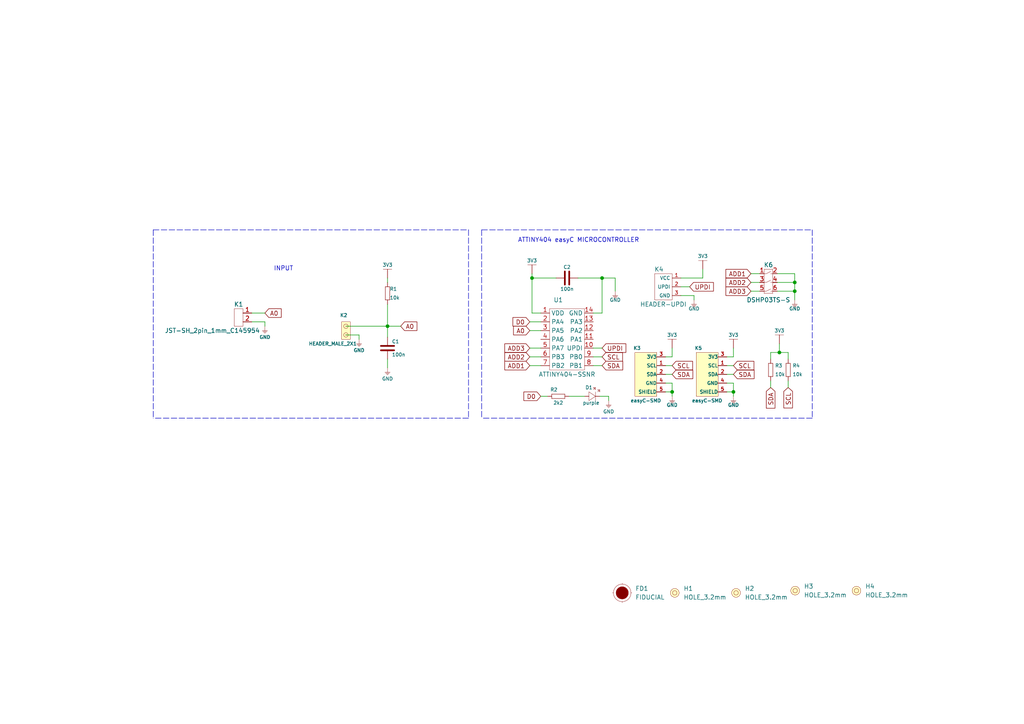
<source format=kicad_sch>
(kicad_sch (version 20211123) (generator eeschema)

  (uuid 48eb87b9-c4c0-4008-807b-b33f5ce894f9)

  (paper "A4")

  (title_block
    (title "Simple light sensor board with easyC")
    (date "2022-02-14")
    (rev "V1.1.2.")
    (company "SOLDERED")
    (comment 1 "333041")
  )

  (lib_symbols
    (symbol "e-radionica.com schematics:0402LED" (pin_numbers hide) (pin_names (offset 0.254) hide) (in_bom yes) (on_board yes)
      (property "Reference" "D" (id 0) (at -0.635 2.54 0)
        (effects (font (size 1 1)))
      )
      (property "Value" "0402LED" (id 1) (at 0 -2.54 0)
        (effects (font (size 1 1)))
      )
      (property "Footprint" "e-radionica.com footprinti:0402LED" (id 2) (at 0 5.08 0)
        (effects (font (size 1 1)) hide)
      )
      (property "Datasheet" "" (id 3) (at 0 0 0)
        (effects (font (size 1 1)) hide)
      )
      (property "Package" "0402" (id 4) (at 0 0 0)
        (effects (font (size 1.27 1.27)) hide)
      )
      (symbol "0402LED_0_1"
        (polyline
          (pts
            (xy -0.635 1.27)
            (xy 1.27 0)
          )
          (stroke (width 0.0006) (type default) (color 0 0 0 0))
          (fill (type none))
        )
        (polyline
          (pts
            (xy 0.635 1.905)
            (xy 1.27 2.54)
          )
          (stroke (width 0.0006) (type default) (color 0 0 0 0))
          (fill (type none))
        )
        (polyline
          (pts
            (xy 1.27 1.27)
            (xy 1.27 -1.27)
          )
          (stroke (width 0.0006) (type default) (color 0 0 0 0))
          (fill (type none))
        )
        (polyline
          (pts
            (xy 1.905 1.27)
            (xy 2.54 1.905)
          )
          (stroke (width 0.0006) (type default) (color 0 0 0 0))
          (fill (type none))
        )
        (polyline
          (pts
            (xy -0.635 1.27)
            (xy -0.635 -1.27)
            (xy 1.27 0)
          )
          (stroke (width 0.0006) (type default) (color 0 0 0 0))
          (fill (type none))
        )
        (polyline
          (pts
            (xy 1.27 2.54)
            (xy 0.635 2.54)
            (xy 1.27 1.905)
            (xy 1.27 2.54)
          )
          (stroke (width 0.0006) (type default) (color 0 0 0 0))
          (fill (type none))
        )
        (polyline
          (pts
            (xy 2.54 1.905)
            (xy 1.905 1.905)
            (xy 2.54 1.27)
            (xy 2.54 1.905)
          )
          (stroke (width 0.0006) (type default) (color 0 0 0 0))
          (fill (type none))
        )
      )
      (symbol "0402LED_1_1"
        (pin passive line (at -1.905 0 0) (length 1.27)
          (name "A" (effects (font (size 1.27 1.27))))
          (number "1" (effects (font (size 1.27 1.27))))
        )
        (pin passive line (at 2.54 0 180) (length 1.27)
          (name "K" (effects (font (size 1.27 1.27))))
          (number "2" (effects (font (size 1.27 1.27))))
        )
      )
    )
    (symbol "e-radionica.com schematics:0402R" (pin_numbers hide) (pin_names (offset 0.254)) (in_bom yes) (on_board yes)
      (property "Reference" "R" (id 0) (at -1.905 1.27 0)
        (effects (font (size 1 1)))
      )
      (property "Value" "0402R" (id 1) (at 0 -1.27 0)
        (effects (font (size 1 1)))
      )
      (property "Footprint" "e-radionica.com footprinti:0402R" (id 2) (at -2.54 1.905 0)
        (effects (font (size 1 1)) hide)
      )
      (property "Datasheet" "" (id 3) (at -2.54 1.905 0)
        (effects (font (size 1 1)) hide)
      )
      (symbol "0402R_0_1"
        (rectangle (start -1.905 -0.635) (end 1.905 -0.6604)
          (stroke (width 0.1) (type default) (color 0 0 0 0))
          (fill (type none))
        )
        (rectangle (start -1.905 0.635) (end -1.8796 -0.635)
          (stroke (width 0.1) (type default) (color 0 0 0 0))
          (fill (type none))
        )
        (rectangle (start -1.905 0.635) (end 1.905 0.6096)
          (stroke (width 0.1) (type default) (color 0 0 0 0))
          (fill (type none))
        )
        (rectangle (start 1.905 0.635) (end 1.9304 -0.635)
          (stroke (width 0.1) (type default) (color 0 0 0 0))
          (fill (type none))
        )
      )
      (symbol "0402R_1_1"
        (pin passive line (at -3.175 0 0) (length 1.27)
          (name "~" (effects (font (size 1.27 1.27))))
          (number "1" (effects (font (size 1.27 1.27))))
        )
        (pin passive line (at 3.175 0 180) (length 1.27)
          (name "~" (effects (font (size 1.27 1.27))))
          (number "2" (effects (font (size 1.27 1.27))))
        )
      )
    )
    (symbol "e-radionica.com schematics:0603C" (pin_numbers hide) (pin_names (offset 0.002)) (in_bom yes) (on_board yes)
      (property "Reference" "C" (id 0) (at -0.635 3.175 0)
        (effects (font (size 1 1)))
      )
      (property "Value" "0603C" (id 1) (at 0 -3.175 0)
        (effects (font (size 1 1)))
      )
      (property "Footprint" "e-radionica.com footprinti:0603C" (id 2) (at 0 0 0)
        (effects (font (size 1 1)) hide)
      )
      (property "Datasheet" "" (id 3) (at 0 0 0)
        (effects (font (size 1 1)) hide)
      )
      (symbol "0603C_0_1"
        (polyline
          (pts
            (xy -0.635 1.905)
            (xy -0.635 -1.905)
          )
          (stroke (width 0.5) (type default) (color 0 0 0 0))
          (fill (type none))
        )
        (polyline
          (pts
            (xy 0.635 1.905)
            (xy 0.635 -1.905)
          )
          (stroke (width 0.5) (type default) (color 0 0 0 0))
          (fill (type none))
        )
      )
      (symbol "0603C_1_1"
        (pin passive line (at -3.175 0 0) (length 2.54)
          (name "~" (effects (font (size 1.27 1.27))))
          (number "1" (effects (font (size 1.27 1.27))))
        )
        (pin passive line (at 3.175 0 180) (length 2.54)
          (name "~" (effects (font (size 1.27 1.27))))
          (number "2" (effects (font (size 1.27 1.27))))
        )
      )
    )
    (symbol "e-radionica.com schematics:0603R" (pin_numbers hide) (pin_names (offset 0.254)) (in_bom yes) (on_board yes)
      (property "Reference" "R" (id 0) (at -1.905 1.905 0)
        (effects (font (size 1 1)))
      )
      (property "Value" "0603R" (id 1) (at 0 -1.905 0)
        (effects (font (size 1 1)))
      )
      (property "Footprint" "e-radionica.com footprinti:0603R" (id 2) (at -0.635 1.905 0)
        (effects (font (size 1 1)) hide)
      )
      (property "Datasheet" "" (id 3) (at -0.635 1.905 0)
        (effects (font (size 1 1)) hide)
      )
      (symbol "0603R_0_1"
        (rectangle (start -1.905 -0.635) (end 1.905 -0.6604)
          (stroke (width 0.1) (type default) (color 0 0 0 0))
          (fill (type none))
        )
        (rectangle (start -1.905 0.635) (end -1.8796 -0.635)
          (stroke (width 0.1) (type default) (color 0 0 0 0))
          (fill (type none))
        )
        (rectangle (start -1.905 0.635) (end 1.905 0.6096)
          (stroke (width 0.1) (type default) (color 0 0 0 0))
          (fill (type none))
        )
        (rectangle (start 1.905 0.635) (end 1.9304 -0.635)
          (stroke (width 0.1) (type default) (color 0 0 0 0))
          (fill (type none))
        )
      )
      (symbol "0603R_1_1"
        (pin passive line (at -3.175 0 0) (length 1.27)
          (name "~" (effects (font (size 1.27 1.27))))
          (number "1" (effects (font (size 1.27 1.27))))
        )
        (pin passive line (at 3.175 0 180) (length 1.27)
          (name "~" (effects (font (size 1.27 1.27))))
          (number "2" (effects (font (size 1.27 1.27))))
        )
      )
    )
    (symbol "e-radionica.com schematics:3V3" (power) (pin_names (offset 0)) (in_bom yes) (on_board yes)
      (property "Reference" "#PWR" (id 0) (at 4.445 0 0)
        (effects (font (size 1 1)) hide)
      )
      (property "Value" "3V3" (id 1) (at 0 3.556 0)
        (effects (font (size 1 1)))
      )
      (property "Footprint" "" (id 2) (at 4.445 3.81 0)
        (effects (font (size 1 1)) hide)
      )
      (property "Datasheet" "" (id 3) (at 4.445 3.81 0)
        (effects (font (size 1 1)) hide)
      )
      (property "ki_keywords" "power-flag" (id 4) (at 0 0 0)
        (effects (font (size 1.27 1.27)) hide)
      )
      (property "ki_description" "Power symbol creates a global label with name \"+3V3\"" (id 5) (at 0 0 0)
        (effects (font (size 1.27 1.27)) hide)
      )
      (symbol "3V3_0_1"
        (polyline
          (pts
            (xy -1.27 2.54)
            (xy 1.27 2.54)
          )
          (stroke (width 0.0006) (type default) (color 0 0 0 0))
          (fill (type none))
        )
        (polyline
          (pts
            (xy 0 0)
            (xy 0 2.54)
          )
          (stroke (width 0) (type default) (color 0 0 0 0))
          (fill (type none))
        )
      )
      (symbol "3V3_1_1"
        (pin power_in line (at 0 0 90) (length 0) hide
          (name "3V3" (effects (font (size 1.27 1.27))))
          (number "1" (effects (font (size 1.27 1.27))))
        )
      )
    )
    (symbol "e-radionica.com schematics:ATTINY404-SSNR" (in_bom yes) (on_board yes)
      (property "Reference" "U" (id 0) (at -5.08 10.16 0)
        (effects (font (size 1.27 1.27)))
      )
      (property "Value" "ATTINY404-SSNR" (id 1) (at 0 -10.16 0)
        (effects (font (size 1.27 1.27)))
      )
      (property "Footprint" "e-radionica.com footprinti:SOIC-14" (id 2) (at 0 -11.43 0)
        (effects (font (size 1.27 1.27)) hide)
      )
      (property "Datasheet" "" (id 3) (at 0 -2.54 0)
        (effects (font (size 1.27 1.27)) hide)
      )
      (symbol "ATTINY404-SSNR_0_1"
        (rectangle (start -5.08 8.89) (end 5.08 -8.89)
          (stroke (width 0.0006) (type default) (color 0 0 0 0))
          (fill (type none))
        )
      )
      (symbol "ATTINY404-SSNR_1_1"
        (pin power_in line (at -7.62 7.62 0) (length 2.54)
          (name "VDD" (effects (font (size 1.27 1.27))))
          (number "1" (effects (font (size 1.27 1.27))))
        )
        (pin bidirectional line (at 7.62 -2.54 180) (length 2.54)
          (name "UPDI" (effects (font (size 1.27 1.27))))
          (number "10" (effects (font (size 1.27 1.27))))
        )
        (pin bidirectional line (at 7.62 0 180) (length 2.54)
          (name "PA1" (effects (font (size 1.27 1.27))))
          (number "11" (effects (font (size 1.27 1.27))))
        )
        (pin bidirectional line (at 7.62 2.54 180) (length 2.54)
          (name "PA2" (effects (font (size 1.27 1.27))))
          (number "12" (effects (font (size 1.27 1.27))))
        )
        (pin bidirectional line (at 7.62 5.08 180) (length 2.54)
          (name "PA3" (effects (font (size 1.27 1.27))))
          (number "13" (effects (font (size 1.27 1.27))))
        )
        (pin power_in line (at 7.62 7.62 180) (length 2.54)
          (name "GND" (effects (font (size 1.27 1.27))))
          (number "14" (effects (font (size 1.27 1.27))))
        )
        (pin bidirectional line (at -7.62 5.08 0) (length 2.54)
          (name "PA4" (effects (font (size 1.27 1.27))))
          (number "2" (effects (font (size 1.27 1.27))))
        )
        (pin bidirectional line (at -7.62 2.54 0) (length 2.54)
          (name "PA5" (effects (font (size 1.27 1.27))))
          (number "3" (effects (font (size 1.27 1.27))))
        )
        (pin bidirectional line (at -7.62 0 0) (length 2.54)
          (name "PA6" (effects (font (size 1.27 1.27))))
          (number "4" (effects (font (size 1.27 1.27))))
        )
        (pin bidirectional line (at -7.62 -2.54 0) (length 2.54)
          (name "PA7" (effects (font (size 1.27 1.27))))
          (number "5" (effects (font (size 1.27 1.27))))
        )
        (pin bidirectional line (at -7.62 -5.08 0) (length 2.54)
          (name "PB3" (effects (font (size 1.27 1.27))))
          (number "6" (effects (font (size 1.27 1.27))))
        )
        (pin bidirectional line (at -7.62 -7.62 0) (length 2.54)
          (name "PB2" (effects (font (size 1.27 1.27))))
          (number "7" (effects (font (size 1.27 1.27))))
        )
        (pin bidirectional line (at 7.62 -7.62 180) (length 2.54)
          (name "PB1" (effects (font (size 1.27 1.27))))
          (number "8" (effects (font (size 1.27 1.27))))
        )
        (pin bidirectional line (at 7.62 -5.08 180) (length 2.54)
          (name "PB0" (effects (font (size 1.27 1.27))))
          (number "9" (effects (font (size 1.27 1.27))))
        )
      )
    )
    (symbol "e-radionica.com schematics:DSHP03TS-S" (in_bom yes) (on_board yes)
      (property "Reference" "K" (id 0) (at 0 5.08 0)
        (effects (font (size 1.27 1.27)))
      )
      (property "Value" "DSHP03TS-S" (id 1) (at 0 -5.08 0)
        (effects (font (size 1.27 1.27)))
      )
      (property "Footprint" "e-radionica.com footprinti:DSHP03TS-S" (id 2) (at -1.27 -7.62 0)
        (effects (font (size 1.27 1.27)) hide)
      )
      (property "Datasheet" "" (id 3) (at 0 0 0)
        (effects (font (size 1.27 1.27)) hide)
      )
      (property "ki_keywords" "DIP SW SWITCH " (id 4) (at 0 0 0)
        (effects (font (size 1.27 1.27)) hide)
      )
      (symbol "DSHP03TS-S_0_1"
        (rectangle (start -1.27 3.81) (end 1.27 -3.175)
          (stroke (width 0.0006) (type default) (color 0 0 0 0))
          (fill (type none))
        )
        (polyline
          (pts
            (xy 1.27 -2.54)
            (xy 0.635 -2.54)
          )
          (stroke (width 0.0006) (type default) (color 0 0 0 0))
          (fill (type none))
        )
        (polyline
          (pts
            (xy 1.27 0)
            (xy 0.635 0)
          )
          (stroke (width 0.0006) (type default) (color 0 0 0 0))
          (fill (type none))
        )
        (polyline
          (pts
            (xy 1.27 2.54)
            (xy 0.635 2.54)
          )
          (stroke (width 0.0006) (type default) (color 0 0 0 0))
          (fill (type none))
        )
        (polyline
          (pts
            (xy -1.27 -2.54)
            (xy -0.635 -2.54)
            (xy 0.635 -1.905)
          )
          (stroke (width 0.0006) (type default) (color 0 0 0 0))
          (fill (type none))
        )
        (polyline
          (pts
            (xy -1.27 0)
            (xy -0.635 0)
            (xy 0.635 0.635)
          )
          (stroke (width 0.0006) (type default) (color 0 0 0 0))
          (fill (type none))
        )
        (polyline
          (pts
            (xy -1.27 2.54)
            (xy -0.635 2.54)
            (xy 0.635 3.175)
          )
          (stroke (width 0.0006) (type default) (color 0 0 0 0))
          (fill (type none))
        )
      )
      (symbol "DSHP03TS-S_1_1"
        (pin bidirectional line (at -2.54 2.54 0) (length 1.27)
          (name "~" (effects (font (size 1.27 1.27))))
          (number "1" (effects (font (size 1.27 1.27))))
        )
        (pin bidirectional line (at 2.54 2.54 180) (length 1.27)
          (name "~" (effects (font (size 1.27 1.27))))
          (number "2" (effects (font (size 1.27 1.27))))
        )
        (pin bidirectional line (at -2.54 0 0) (length 1.27)
          (name "~" (effects (font (size 1.27 1.27))))
          (number "3" (effects (font (size 1.27 1.27))))
        )
        (pin bidirectional line (at 2.54 0 180) (length 1.27)
          (name "~" (effects (font (size 1.27 1.27))))
          (number "4" (effects (font (size 1.27 1.27))))
        )
        (pin bidirectional line (at -2.54 -2.54 0) (length 1.27)
          (name "~" (effects (font (size 1.27 1.27))))
          (number "5" (effects (font (size 1.27 1.27))))
        )
        (pin bidirectional line (at 2.54 -2.54 180) (length 1.27)
          (name "~" (effects (font (size 1.27 1.27))))
          (number "6" (effects (font (size 1.27 1.27))))
        )
      )
    )
    (symbol "e-radionica.com schematics:FIDUCIAL" (in_bom yes) (on_board yes)
      (property "Reference" "FD" (id 0) (at 0 3.81 0)
        (effects (font (size 1.27 1.27)))
      )
      (property "Value" "FIDUCIAL" (id 1) (at 0 -3.81 0)
        (effects (font (size 1.27 1.27)))
      )
      (property "Footprint" "e-radionica.com footprinti:FIDUCIAL_23" (id 2) (at 0.254 -5.334 0)
        (effects (font (size 1.27 1.27)) hide)
      )
      (property "Datasheet" "" (id 3) (at 0 0 0)
        (effects (font (size 1.27 1.27)) hide)
      )
      (symbol "FIDUCIAL_0_1"
        (polyline
          (pts
            (xy -2.54 0)
            (xy -2.794 0)
          )
          (stroke (width 0.0006) (type default) (color 0 0 0 0))
          (fill (type none))
        )
        (polyline
          (pts
            (xy 0 -2.54)
            (xy 0 -2.794)
          )
          (stroke (width 0.0006) (type default) (color 0 0 0 0))
          (fill (type none))
        )
        (polyline
          (pts
            (xy 0 2.54)
            (xy 0 2.794)
          )
          (stroke (width 0.0006) (type default) (color 0 0 0 0))
          (fill (type none))
        )
        (polyline
          (pts
            (xy 2.54 0)
            (xy 2.794 0)
          )
          (stroke (width 0.0006) (type default) (color 0 0 0 0))
          (fill (type none))
        )
        (circle (center 0 0) (radius 1.7961)
          (stroke (width 0.001) (type default) (color 0 0 0 0))
          (fill (type outline))
        )
        (circle (center 0 0) (radius 2.54)
          (stroke (width 0.0006) (type default) (color 0 0 0 0))
          (fill (type none))
        )
      )
    )
    (symbol "e-radionica.com schematics:GND" (power) (pin_names (offset 0)) (in_bom yes) (on_board yes)
      (property "Reference" "#PWR" (id 0) (at 4.445 0 0)
        (effects (font (size 1 1)) hide)
      )
      (property "Value" "GND" (id 1) (at 0 -2.921 0)
        (effects (font (size 1 1)))
      )
      (property "Footprint" "" (id 2) (at 4.445 3.81 0)
        (effects (font (size 1 1)) hide)
      )
      (property "Datasheet" "" (id 3) (at 4.445 3.81 0)
        (effects (font (size 1 1)) hide)
      )
      (property "ki_keywords" "power-flag" (id 4) (at 0 0 0)
        (effects (font (size 1.27 1.27)) hide)
      )
      (property "ki_description" "Power symbol creates a global label with name \"+3V3\"" (id 5) (at 0 0 0)
        (effects (font (size 1.27 1.27)) hide)
      )
      (symbol "GND_0_1"
        (polyline
          (pts
            (xy -0.762 -1.27)
            (xy 0.762 -1.27)
          )
          (stroke (width 0.0006) (type default) (color 0 0 0 0))
          (fill (type none))
        )
        (polyline
          (pts
            (xy -0.635 -1.524)
            (xy 0.635 -1.524)
          )
          (stroke (width 0.0006) (type default) (color 0 0 0 0))
          (fill (type none))
        )
        (polyline
          (pts
            (xy -0.381 -1.778)
            (xy 0.381 -1.778)
          )
          (stroke (width 0.0006) (type default) (color 0 0 0 0))
          (fill (type none))
        )
        (polyline
          (pts
            (xy -0.127 -2.032)
            (xy 0.127 -2.032)
          )
          (stroke (width 0.0006) (type default) (color 0 0 0 0))
          (fill (type none))
        )
        (polyline
          (pts
            (xy 0 0)
            (xy 0 -1.27)
          )
          (stroke (width 0.0006) (type default) (color 0 0 0 0))
          (fill (type none))
        )
      )
      (symbol "GND_1_1"
        (pin power_in line (at 0 0 270) (length 0) hide
          (name "GND" (effects (font (size 1.27 1.27))))
          (number "1" (effects (font (size 1.27 1.27))))
        )
      )
    )
    (symbol "e-radionica.com schematics:HEADER-UPDI" (in_bom yes) (on_board yes)
      (property "Reference" "K" (id 0) (at -1.27 5.08 0)
        (effects (font (size 1.27 1.27)))
      )
      (property "Value" "HEADER-UPDI" (id 1) (at 0 -5.08 0)
        (effects (font (size 1.27 1.27)))
      )
      (property "Footprint" "e-radionica.com footprinti:HEADER-UPDI" (id 2) (at 2.54 -7.62 0)
        (effects (font (size 1.27 1.27)) hide)
      )
      (property "Datasheet" "" (id 3) (at 2.54 0 0)
        (effects (font (size 1.27 1.27)) hide)
      )
      (symbol "HEADER-UPDI_0_1"
        (rectangle (start -2.54 3.81) (end 2.54 -3.81)
          (stroke (width 0.0006) (type default) (color 0 0 0 0))
          (fill (type none))
        )
      )
      (symbol "HEADER-UPDI_1_1"
        (pin power_in line (at 5.08 2.54 180) (length 2.54)
          (name "VCC" (effects (font (size 1 1))))
          (number "1" (effects (font (size 1 1))))
        )
        (pin bidirectional line (at 5.08 0 180) (length 2.54)
          (name "UPDI" (effects (font (size 1 1))))
          (number "2" (effects (font (size 1 1))))
        )
        (pin power_in line (at 5.08 -2.54 180) (length 2.54)
          (name "GND" (effects (font (size 1 1))))
          (number "3" (effects (font (size 1 1))))
        )
      )
    )
    (symbol "e-radionica.com schematics:HEADER_MALE_2X1" (pin_numbers hide) (pin_names hide) (in_bom yes) (on_board yes)
      (property "Reference" "K" (id 0) (at -1.27 5.08 0)
        (effects (font (size 1 1)))
      )
      (property "Value" "HEADER_MALE_2X1" (id 1) (at 0 -2.54 0)
        (effects (font (size 1 1)))
      )
      (property "Footprint" "e-radionica.com footprinti:HEADER_MALE_2X1" (id 2) (at 0 0 0)
        (effects (font (size 1 1)) hide)
      )
      (property "Datasheet" "" (id 3) (at 0 0 0)
        (effects (font (size 1 1)) hide)
      )
      (symbol "HEADER_MALE_2X1_0_1"
        (circle (center 0 0) (radius 0.635)
          (stroke (width 0.0006) (type default) (color 0 0 0 0))
          (fill (type none))
        )
        (circle (center 0 2.54) (radius 0.635)
          (stroke (width 0.0006) (type default) (color 0 0 0 0))
          (fill (type none))
        )
        (rectangle (start 1.27 -1.27) (end -1.27 3.81)
          (stroke (width 0.001) (type default) (color 0 0 0 0))
          (fill (type background))
        )
      )
      (symbol "HEADER_MALE_2X1_1_1"
        (pin passive line (at 0 0 180) (length 0)
          (name "~" (effects (font (size 1 1))))
          (number "1" (effects (font (size 1 1))))
        )
        (pin passive line (at 0 2.54 180) (length 0)
          (name "~" (effects (font (size 1 1))))
          (number "2" (effects (font (size 1 1))))
        )
      )
    )
    (symbol "e-radionica.com schematics:HOLE_3.2mm" (pin_numbers hide) (pin_names hide) (in_bom yes) (on_board yes)
      (property "Reference" "H" (id 0) (at 0 2.54 0)
        (effects (font (size 1.27 1.27)))
      )
      (property "Value" "HOLE_3.2mm" (id 1) (at 0 -2.54 0)
        (effects (font (size 1.27 1.27)))
      )
      (property "Footprint" "e-radionica.com footprinti:HOLE_3.2mm" (id 2) (at 0 0 0)
        (effects (font (size 1.27 1.27)) hide)
      )
      (property "Datasheet" "" (id 3) (at 0 0 0)
        (effects (font (size 1.27 1.27)) hide)
      )
      (symbol "HOLE_3.2mm_0_1"
        (circle (center 0 0) (radius 0.635)
          (stroke (width 0.0006) (type default) (color 0 0 0 0))
          (fill (type none))
        )
        (circle (center 0 0) (radius 1.27)
          (stroke (width 0.001) (type default) (color 0 0 0 0))
          (fill (type background))
        )
      )
    )
    (symbol "e-radionica.com schematics:JST-SH_2pin_1mm_C145954" (in_bom yes) (on_board yes)
      (property "Reference" "K" (id 0) (at 0 5.715 0)
        (effects (font (size 1.27 1.27)))
      )
      (property "Value" "JST-SH_2pin_1mm_C145954" (id 1) (at 0 -3.81 0)
        (effects (font (size 1.27 1.27)))
      )
      (property "Footprint" "e-radionica.com footprinti:JST-SH_2pin_1mm_C145954" (id 2) (at 0 0 0)
        (effects (font (size 1.27 1.27)) hide)
      )
      (property "Datasheet" "" (id 3) (at 0 0 0)
        (effects (font (size 1.27 1.27)) hide)
      )
      (symbol "JST-SH_2pin_1mm_C145954_0_1"
        (rectangle (start 1.27 -2.54) (end -1.27 2.54)
          (stroke (width 0.0006) (type default) (color 0 0 0 0))
          (fill (type none))
        )
      )
      (symbol "JST-SH_2pin_1mm_C145954_1_1"
        (pin passive line (at 3.81 1.27 180) (length 2.54)
          (name "" (effects (font (size 1.27 1.27))))
          (number "1" (effects (font (size 1.27 1.27))))
        )
        (pin passive line (at 3.81 -1.27 180) (length 2.54)
          (name "" (effects (font (size 1.27 1.27))))
          (number "2" (effects (font (size 1.27 1.27))))
        )
      )
    )
    (symbol "e-radionica.com schematics:easyC-SMD" (pin_names (offset 0.002)) (in_bom yes) (on_board yes)
      (property "Reference" "K" (id 0) (at -2.54 10.16 0)
        (effects (font (size 1 1)))
      )
      (property "Value" "easyC-SMD" (id 1) (at 0 -5.08 0)
        (effects (font (size 1 1)))
      )
      (property "Footprint" "e-radionica.com footprinti:easyC-connector" (id 2) (at 3.175 2.54 0)
        (effects (font (size 1 1)) hide)
      )
      (property "Datasheet" "" (id 3) (at 3.175 2.54 0)
        (effects (font (size 1 1)) hide)
      )
      (symbol "easyC-SMD_0_1"
        (rectangle (start -3.175 8.89) (end 3.175 -3.81)
          (stroke (width 0.001) (type default) (color 0 0 0 0))
          (fill (type background))
        )
      )
      (symbol "easyC-SMD_1_1"
        (pin passive line (at 5.715 5.08 180) (length 2.54)
          (name "SCL" (effects (font (size 1 1))))
          (number "1" (effects (font (size 1 1))))
        )
        (pin passive line (at 5.715 2.54 180) (length 2.54)
          (name "SDA" (effects (font (size 1 1))))
          (number "2" (effects (font (size 1 1))))
        )
        (pin passive line (at 5.715 7.62 180) (length 2.54)
          (name "3V3" (effects (font (size 1 1))))
          (number "3" (effects (font (size 1 1))))
        )
        (pin passive line (at 5.715 0 180) (length 2.54)
          (name "GND" (effects (font (size 1 1))))
          (number "4" (effects (font (size 1 1))))
        )
        (pin passive line (at 5.715 -2.54 180) (length 2.54)
          (name "SHIELD" (effects (font (size 1 1))))
          (number "5" (effects (font (size 1 1))))
        )
      )
    )
  )

  (junction (at 230.505 84.455) (diameter 0.9144) (color 0 0 0 0)
    (uuid 1b2c37f1-2f41-4eef-9163-74d93552bfe4)
  )
  (junction (at 230.505 81.915) (diameter 0.9144) (color 0 0 0 0)
    (uuid 2b626917-a177-4b61-81a1-fd2a69eb9f9a)
  )
  (junction (at 226.06 102.235) (diameter 0.9144) (color 0 0 0 0)
    (uuid 680ed401-4444-41a7-a749-88310d3efeaa)
  )
  (junction (at 112.395 94.615) (diameter 0.9144) (color 0 0 0 0)
    (uuid 937939a7-3d48-498a-98b7-bb48d04ada01)
  )
  (junction (at 174.625 80.645) (diameter 0.9144) (color 0 0 0 0)
    (uuid 9fdbccc2-2f8e-4736-8eda-6be5762e5cd4)
  )
  (junction (at 194.945 113.665) (diameter 0.9144) (color 0 0 0 0)
    (uuid a1916e9e-4224-4c5d-a9c6-82b80a4bae89)
  )
  (junction (at 212.725 113.665) (diameter 0.9144) (color 0 0 0 0)
    (uuid b3dfbe76-e5a2-48e9-bf61-46c24ad01a97)
  )
  (junction (at 154.305 80.645) (diameter 0.9144) (color 0 0 0 0)
    (uuid e9f702de-b437-4ae2-a03e-b707e9309898)
  )

  (wire (pts (xy 153.67 106.045) (xy 156.845 106.045))
    (stroke (width 0) (type solid) (color 0 0 0 0))
    (uuid 0d9808a5-5ebe-4d3a-8238-3c1370fbe1ae)
  )
  (polyline (pts (xy 135.89 121.285) (xy 44.45 121.285))
    (stroke (width 0) (type dash) (color 0 0 0 0))
    (uuid 0eff9d40-eb8b-478e-a915-614f9827ff04)
  )
  (polyline (pts (xy 44.45 66.675) (xy 44.45 121.285))
    (stroke (width 0) (type dash) (color 0 0 0 0))
    (uuid 111d1c87-1852-4755-8a86-9e7351d5f2e4)
  )

  (wire (pts (xy 193.04 108.585) (xy 194.945 108.585))
    (stroke (width 0) (type solid) (color 0 0 0 0))
    (uuid 135ceb15-1df0-48a6-9202-a37c01b84f9a)
  )
  (wire (pts (xy 112.395 94.615) (xy 116.205 94.615))
    (stroke (width 0) (type solid) (color 0 0 0 0))
    (uuid 151ec4f7-5905-4d3c-bb74-026515353466)
  )
  (wire (pts (xy 193.04 103.505) (xy 194.945 103.505))
    (stroke (width 0) (type solid) (color 0 0 0 0))
    (uuid 16032b62-7ec0-4057-ae52-523501db9af8)
  )
  (wire (pts (xy 154.305 90.805) (xy 154.305 80.645))
    (stroke (width 0) (type solid) (color 0 0 0 0))
    (uuid 17f861f3-e618-4a08-bc99-36230ce76323)
  )
  (wire (pts (xy 194.945 111.125) (xy 194.945 113.665))
    (stroke (width 0) (type solid) (color 0 0 0 0))
    (uuid 19802bbb-cf67-471a-8d27-59f10f1160f0)
  )
  (wire (pts (xy 194.945 103.505) (xy 194.945 100.965))
    (stroke (width 0) (type solid) (color 0 0 0 0))
    (uuid 24a4becf-5fd5-4aaf-bb60-9f0d15654009)
  )
  (wire (pts (xy 225.425 79.375) (xy 230.505 79.375))
    (stroke (width 0) (type solid) (color 0 0 0 0))
    (uuid 26c0c636-7a93-4f85-bcd4-d5623a0ae011)
  )
  (wire (pts (xy 197.485 85.725) (xy 201.295 85.725))
    (stroke (width 0) (type solid) (color 0 0 0 0))
    (uuid 27d38adf-275f-49c1-81e2-3f7f252a9f7c)
  )
  (wire (pts (xy 203.835 80.645) (xy 203.835 78.105))
    (stroke (width 0) (type solid) (color 0 0 0 0))
    (uuid 28022833-f7c0-4628-93a4-4b28aa36c907)
  )
  (wire (pts (xy 225.425 81.915) (xy 230.505 81.915))
    (stroke (width 0) (type solid) (color 0 0 0 0))
    (uuid 2934d152-1620-423b-a303-86f677e01eb3)
  )
  (polyline (pts (xy 235.585 66.675) (xy 235.585 121.285))
    (stroke (width 0) (type dash) (color 0 0 0 0))
    (uuid 2f96005f-ec3a-4ed6-90b3-a2b6236cb704)
  )
  (polyline (pts (xy 139.7 66.675) (xy 235.585 66.675))
    (stroke (width 0) (type dash) (color 0 0 0 0))
    (uuid 30539df0-cce3-4e14-8fd8-19d35c65b007)
  )

  (wire (pts (xy 212.725 103.505) (xy 212.725 100.965))
    (stroke (width 0) (type solid) (color 0 0 0 0))
    (uuid 313054f2-e1fc-4fb5-881b-f0018122a5cc)
  )
  (wire (pts (xy 153.67 103.505) (xy 156.845 103.505))
    (stroke (width 0) (type solid) (color 0 0 0 0))
    (uuid 3230fd64-8598-4682-8de8-d0b580564743)
  )
  (wire (pts (xy 156.845 90.805) (xy 154.305 90.805))
    (stroke (width 0) (type solid) (color 0 0 0 0))
    (uuid 32515017-1b96-4909-9749-6dd5a9bf45f0)
  )
  (wire (pts (xy 112.395 88.265) (xy 112.395 94.615))
    (stroke (width 0) (type solid) (color 0 0 0 0))
    (uuid 33fd80db-678d-477b-b2ca-bf8237662b6d)
  )
  (wire (pts (xy 112.395 94.615) (xy 112.395 97.79))
    (stroke (width 0) (type solid) (color 0 0 0 0))
    (uuid 33fd80db-678d-477b-b2ca-bf8237662b6e)
  )
  (wire (pts (xy 174.625 80.645) (xy 174.625 90.805))
    (stroke (width 0) (type solid) (color 0 0 0 0))
    (uuid 34d0a3f4-913d-4910-8339-f8175dd74f28)
  )
  (wire (pts (xy 76.835 93.345) (xy 76.835 94.615))
    (stroke (width 0) (type solid) (color 0 0 0 0))
    (uuid 3a2d0333-f560-406f-b1a0-a5e893771f65)
  )
  (wire (pts (xy 193.04 113.665) (xy 194.945 113.665))
    (stroke (width 0) (type solid) (color 0 0 0 0))
    (uuid 3aaa5c8a-1e7d-4438-9c2d-f5de86a8eddd)
  )
  (wire (pts (xy 217.805 81.915) (xy 220.345 81.915))
    (stroke (width 0) (type solid) (color 0 0 0 0))
    (uuid 3ea4abb9-e394-492c-b14e-5bf25a0d8872)
  )
  (wire (pts (xy 210.82 108.585) (xy 212.725 108.585))
    (stroke (width 0) (type solid) (color 0 0 0 0))
    (uuid 40bf2330-48b6-4607-b56c-641df6d881b6)
  )
  (polyline (pts (xy 235.585 121.285) (xy 139.7 121.285))
    (stroke (width 0) (type dash) (color 0 0 0 0))
    (uuid 41d20c07-64d2-4cf9-b53b-82ed61d979d5)
  )

  (wire (pts (xy 154.305 80.645) (xy 154.305 79.375))
    (stroke (width 0) (type solid) (color 0 0 0 0))
    (uuid 4a29ea24-1497-4996-9334-dee288904dff)
  )
  (wire (pts (xy 194.945 113.665) (xy 194.945 114.935))
    (stroke (width 0) (type solid) (color 0 0 0 0))
    (uuid 527c4304-3adc-4378-909a-e8a8cab32605)
  )
  (wire (pts (xy 153.67 95.885) (xy 156.845 95.885))
    (stroke (width 0) (type solid) (color 0 0 0 0))
    (uuid 55fdb938-a1ae-4ab3-afd8-1e6041c8e013)
  )
  (wire (pts (xy 210.82 103.505) (xy 212.725 103.505))
    (stroke (width 0) (type solid) (color 0 0 0 0))
    (uuid 567ec1fc-5ccf-49a7-b7d0-97425e66ddca)
  )
  (wire (pts (xy 228.6 102.235) (xy 226.06 102.235))
    (stroke (width 0) (type solid) (color 0 0 0 0))
    (uuid 577f5d00-87ad-42a3-bf98-72a44becb5f5)
  )
  (wire (pts (xy 223.52 104.14) (xy 223.52 102.235))
    (stroke (width 0) (type solid) (color 0 0 0 0))
    (uuid 5fb4cc96-15eb-45f4-9c80-1eccead12419)
  )
  (wire (pts (xy 212.725 111.125) (xy 212.725 113.665))
    (stroke (width 0) (type solid) (color 0 0 0 0))
    (uuid 64d9000b-c4ae-4c71-96b6-312d0b97a2dc)
  )
  (wire (pts (xy 225.425 84.455) (xy 230.505 84.455))
    (stroke (width 0) (type solid) (color 0 0 0 0))
    (uuid 66ce4891-1b14-4c6b-9fac-53e2d8f03e49)
  )
  (wire (pts (xy 197.485 80.645) (xy 203.835 80.645))
    (stroke (width 0) (type solid) (color 0 0 0 0))
    (uuid 6901a0d0-ed11-4b67-9fbe-f381980fe942)
  )
  (wire (pts (xy 223.52 110.49) (xy 223.52 112.395))
    (stroke (width 0) (type solid) (color 0 0 0 0))
    (uuid 6d0965a4-60a4-4906-8141-23240cabfd26)
  )
  (wire (pts (xy 112.395 81.915) (xy 112.395 80.645))
    (stroke (width 0) (type solid) (color 0 0 0 0))
    (uuid 71284a90-bd3c-4d98-b382-3e5eeff9407c)
  )
  (wire (pts (xy 223.52 102.235) (xy 226.06 102.235))
    (stroke (width 0) (type solid) (color 0 0 0 0))
    (uuid 73344c26-a199-44af-9d01-4196f6073a42)
  )
  (wire (pts (xy 212.725 113.665) (xy 212.725 114.935))
    (stroke (width 0) (type solid) (color 0 0 0 0))
    (uuid 76a61ba5-f729-47c9-8fc2-a73b9f1355f4)
  )
  (wire (pts (xy 156.845 114.935) (xy 158.75 114.935))
    (stroke (width 0) (type solid) (color 0 0 0 0))
    (uuid 7e9ab479-24f5-458c-9c65-fb3a88e3ac95)
  )
  (wire (pts (xy 230.505 79.375) (xy 230.505 81.915))
    (stroke (width 0) (type solid) (color 0 0 0 0))
    (uuid 800adca4-20a2-4847-99f1-74d29ad49e2b)
  )
  (wire (pts (xy 176.53 114.935) (xy 176.53 116.205))
    (stroke (width 0) (type solid) (color 0 0 0 0))
    (uuid 85b6712b-0286-4a10-a9d2-881449e8f469)
  )
  (wire (pts (xy 165.1 114.935) (xy 169.545 114.935))
    (stroke (width 0) (type solid) (color 0 0 0 0))
    (uuid 8b1f9cd6-d650-4598-829d-646a0d28e499)
  )
  (wire (pts (xy 178.435 80.645) (xy 178.435 84.455))
    (stroke (width 0) (type solid) (color 0 0 0 0))
    (uuid 8e6b36b5-a17a-4eff-a1a5-b6714de659f1)
  )
  (wire (pts (xy 217.805 84.455) (xy 220.345 84.455))
    (stroke (width 0) (type solid) (color 0 0 0 0))
    (uuid 926bfb3b-f75c-4777-acab-3badf5b95d26)
  )
  (wire (pts (xy 100.33 97.155) (xy 104.14 97.155))
    (stroke (width 0) (type solid) (color 0 0 0 0))
    (uuid 9445ce53-9baa-4a7a-8a69-715f5a95df92)
  )
  (wire (pts (xy 230.505 84.455) (xy 230.505 86.995))
    (stroke (width 0) (type solid) (color 0 0 0 0))
    (uuid 946205a7-9997-4c6f-a18e-964ddce7af3f)
  )
  (wire (pts (xy 226.06 102.235) (xy 226.06 99.695))
    (stroke (width 0) (type solid) (color 0 0 0 0))
    (uuid 96f74fb7-2d45-465e-b015-73ccda2c1cee)
  )
  (wire (pts (xy 230.505 81.915) (xy 230.505 84.455))
    (stroke (width 0) (type solid) (color 0 0 0 0))
    (uuid 9b475a14-5a81-4f42-92f2-1ca43840053d)
  )
  (wire (pts (xy 210.82 113.665) (xy 212.725 113.665))
    (stroke (width 0) (type solid) (color 0 0 0 0))
    (uuid 9c2d5fe3-b562-4293-964a-8c66d1510256)
  )
  (wire (pts (xy 174.625 90.805) (xy 172.085 90.805))
    (stroke (width 0) (type solid) (color 0 0 0 0))
    (uuid 9d1d4b87-b620-452d-8bbb-55efe6a6a053)
  )
  (wire (pts (xy 167.64 80.645) (xy 174.625 80.645))
    (stroke (width 0) (type solid) (color 0 0 0 0))
    (uuid 9d27e6bd-b0c4-4472-9527-c3f4906c0a78)
  )
  (wire (pts (xy 112.395 104.14) (xy 112.395 106.68))
    (stroke (width 0) (type solid) (color 0 0 0 0))
    (uuid 9de8b65a-7a50-4877-8272-58bfc27515ca)
  )
  (polyline (pts (xy 44.45 66.675) (xy 135.89 66.675))
    (stroke (width 0) (type dash) (color 0 0 0 0))
    (uuid 9e1458ce-86e2-4d31-86ce-c0dad3c275cd)
  )

  (wire (pts (xy 197.485 83.185) (xy 200.025 83.185))
    (stroke (width 0) (type solid) (color 0 0 0 0))
    (uuid a015df6e-6191-41df-8bd8-95abd8c9e95e)
  )
  (wire (pts (xy 153.67 100.965) (xy 156.845 100.965))
    (stroke (width 0) (type solid) (color 0 0 0 0))
    (uuid a51efa6f-88d6-4df7-8795-b487bb903db3)
  )
  (polyline (pts (xy 139.7 66.675) (xy 139.7 121.285))
    (stroke (width 0) (type dash) (color 0 0 0 0))
    (uuid ad639d08-3b5b-426d-b7ba-0d41d30916f2)
  )

  (wire (pts (xy 172.085 100.965) (xy 174.625 100.965))
    (stroke (width 0) (type solid) (color 0 0 0 0))
    (uuid b1e7ee57-c122-4d9b-aca5-518ccf71de45)
  )
  (wire (pts (xy 228.6 104.14) (xy 228.6 102.235))
    (stroke (width 0) (type solid) (color 0 0 0 0))
    (uuid b5c5408a-9ec5-47e0-9176-205b975ffbbd)
  )
  (wire (pts (xy 210.82 111.125) (xy 212.725 111.125))
    (stroke (width 0) (type solid) (color 0 0 0 0))
    (uuid b6325c24-3b4e-4f71-9fc6-a768473ee3e4)
  )
  (wire (pts (xy 217.805 79.375) (xy 220.345 79.375))
    (stroke (width 0) (type solid) (color 0 0 0 0))
    (uuid b7feaa97-020b-4d1b-90a3-74a4f67c3ef2)
  )
  (wire (pts (xy 173.99 114.935) (xy 176.53 114.935))
    (stroke (width 0) (type solid) (color 0 0 0 0))
    (uuid b8f28d5a-4b44-4a2d-a195-bd3384cd65d7)
  )
  (wire (pts (xy 172.085 106.045) (xy 174.625 106.045))
    (stroke (width 0) (type solid) (color 0 0 0 0))
    (uuid b95817b1-9cd7-41c1-9a01-913ef7491916)
  )
  (wire (pts (xy 73.025 93.345) (xy 76.835 93.345))
    (stroke (width 0) (type solid) (color 0 0 0 0))
    (uuid bd9b9023-e92e-4fbd-afdf-bb8117773d70)
  )
  (wire (pts (xy 161.29 80.645) (xy 154.305 80.645))
    (stroke (width 0) (type solid) (color 0 0 0 0))
    (uuid c2d6c70b-e525-4289-ae55-01add762c487)
  )
  (wire (pts (xy 228.6 110.49) (xy 228.6 112.395))
    (stroke (width 0) (type solid) (color 0 0 0 0))
    (uuid cb503845-9e83-4ff3-b796-43c696b0b876)
  )
  (wire (pts (xy 193.04 106.045) (xy 194.945 106.045))
    (stroke (width 0) (type solid) (color 0 0 0 0))
    (uuid df4b4017-b2ac-4e13-bedf-5f5c503407ad)
  )
  (wire (pts (xy 73.025 90.805) (xy 76.835 90.805))
    (stroke (width 0) (type solid) (color 0 0 0 0))
    (uuid e2659221-f27f-4031-8aff-2ce1cefc59cf)
  )
  (wire (pts (xy 100.33 94.615) (xy 112.395 94.615))
    (stroke (width 0) (type solid) (color 0 0 0 0))
    (uuid e7c19c9f-bc08-455d-b0ba-b8ca3392132f)
  )
  (polyline (pts (xy 135.89 66.675) (xy 135.89 121.285))
    (stroke (width 0) (type dash) (color 0 0 0 0))
    (uuid ea11fb5c-72fb-4abf-8264-64ef949c6ec5)
  )

  (wire (pts (xy 172.085 103.505) (xy 174.625 103.505))
    (stroke (width 0) (type solid) (color 0 0 0 0))
    (uuid ebf77a31-98f4-4dbe-9475-c64442d9b92e)
  )
  (wire (pts (xy 210.82 106.045) (xy 212.725 106.045))
    (stroke (width 0) (type solid) (color 0 0 0 0))
    (uuid ec54d369-29f8-4d0b-a48a-6afcb451a9fa)
  )
  (wire (pts (xy 174.625 80.645) (xy 178.435 80.645))
    (stroke (width 0) (type solid) (color 0 0 0 0))
    (uuid ec971691-6ee0-4c2a-9e88-06cbe0d2fa1b)
  )
  (wire (pts (xy 201.295 85.725) (xy 201.295 86.995))
    (stroke (width 0) (type solid) (color 0 0 0 0))
    (uuid ee39448d-6e34-4c4b-b9e9-56a810b8a308)
  )
  (wire (pts (xy 153.67 93.345) (xy 156.845 93.345))
    (stroke (width 0) (type solid) (color 0 0 0 0))
    (uuid fad7d531-1efc-442f-a95b-61cb85f60d16)
  )
  (wire (pts (xy 193.04 111.125) (xy 194.945 111.125))
    (stroke (width 0) (type solid) (color 0 0 0 0))
    (uuid fb8d4782-43d8-49fd-9787-f20eb3d0b2f2)
  )
  (wire (pts (xy 104.14 97.155) (xy 104.14 98.425))
    (stroke (width 0) (type solid) (color 0 0 0 0))
    (uuid fd9e9901-a6a6-45b8-ba9b-c2f38bb8031e)
  )

  (text "INPUT" (at 85.09 78.74 180)
    (effects (font (size 1.27 1.27)) (justify right bottom))
    (uuid 1d7d9069-8d3f-4a1c-988e-08cab65e8554)
  )
  (text "ATTINY404 easyC MICROCONTROLLER" (at 185.42 70.485 180)
    (effects (font (size 1.27 1.27)) (justify right bottom))
    (uuid a70e1778-f249-49b5-94f3-f4c070ddfb72)
  )

  (global_label "D0" (shape input) (at 153.67 93.345 180)
    (effects (font (size 1.27 1.27)) (justify right))
    (uuid 09bea0ea-7f1b-43a2-8700-172a53cc5844)
    (property "Intersheet References" "${INTERSHEET_REFS}" (id 0) (at 147.2534 93.2656 0)
      (effects (font (size 1.27 1.27)) (justify right) hide)
    )
  )
  (global_label "ADD1" (shape input) (at 153.67 106.045 180)
    (effects (font (size 1.27 1.27)) (justify right))
    (uuid 0a2ffd60-b663-4d58-848a-2591da30501a)
    (property "Intersheet References" "${INTERSHEET_REFS}" (id 0) (at 144.8948 105.9656 0)
      (effects (font (size 1.27 1.27)) (justify right) hide)
    )
  )
  (global_label "ADD1" (shape input) (at 217.805 79.375 180)
    (effects (font (size 1.27 1.27)) (justify right))
    (uuid 0e45e4fe-8025-4ca3-a0bc-808fa0238f48)
    (property "Intersheet References" "${INTERSHEET_REFS}" (id 0) (at 209.0298 79.2956 0)
      (effects (font (size 1.27 1.27)) (justify right) hide)
    )
  )
  (global_label "SDA" (shape input) (at 174.625 106.045 0)
    (effects (font (size 1.27 1.27)) (justify left))
    (uuid 24c58e55-ec85-42d5-9b41-fc1066c6cc61)
    (property "Intersheet References" "${INTERSHEET_REFS}" (id 0) (at 182.1302 106.1244 0)
      (effects (font (size 1.27 1.27)) (justify left) hide)
    )
  )
  (global_label "A0" (shape input) (at 76.835 90.805 0)
    (effects (font (size 1.27 1.27)) (justify left))
    (uuid 26a1fcdd-0cbc-44ae-94a1-2625854f9e30)
    (property "Intersheet References" "${INTERSHEET_REFS}" (id 0) (at 83.0702 90.7256 0)
      (effects (font (size 1.27 1.27)) (justify left) hide)
    )
  )
  (global_label "ADD2" (shape input) (at 153.67 103.505 180)
    (effects (font (size 1.27 1.27)) (justify right))
    (uuid 32f0e9d0-4788-4809-9f91-a29f8a72b122)
    (property "Intersheet References" "${INTERSHEET_REFS}" (id 0) (at 144.8948 103.4256 0)
      (effects (font (size 1.27 1.27)) (justify right) hide)
    )
  )
  (global_label "ADD3" (shape input) (at 217.805 84.455 180)
    (effects (font (size 1.27 1.27)) (justify right))
    (uuid 335172fa-9253-40f9-b170-b577ab955157)
    (property "Intersheet References" "${INTERSHEET_REFS}" (id 0) (at 209.0298 84.3756 0)
      (effects (font (size 1.27 1.27)) (justify right) hide)
    )
  )
  (global_label "SDA" (shape input) (at 212.725 108.585 0)
    (effects (font (size 1.27 1.27)) (justify left))
    (uuid 39140021-4d9b-4480-8884-f2cbdee91c85)
    (property "Intersheet References" "${INTERSHEET_REFS}" (id 0) (at 220.2302 108.5056 0)
      (effects (font (size 1.27 1.27)) (justify left) hide)
    )
  )
  (global_label "ADD2" (shape input) (at 217.805 81.915 180)
    (effects (font (size 1.27 1.27)) (justify right))
    (uuid 41c78b74-9264-4b32-8603-9406eb021e52)
    (property "Intersheet References" "${INTERSHEET_REFS}" (id 0) (at 209.0298 81.8356 0)
      (effects (font (size 1.27 1.27)) (justify right) hide)
    )
  )
  (global_label "SDA" (shape input) (at 223.52 112.395 270)
    (effects (font (size 1.27 1.27)) (justify right))
    (uuid 4bad6afa-f5bf-4e9b-897a-0d0e0afb35aa)
    (property "Intersheet References" "${INTERSHEET_REFS}" (id 0) (at 223.4406 119.9002 90)
      (effects (font (size 1.27 1.27)) (justify right) hide)
    )
  )
  (global_label "A0" (shape input) (at 153.67 95.885 180)
    (effects (font (size 1.27 1.27)) (justify right))
    (uuid 5a524fd2-af0c-41b5-b489-9894f0d2179c)
    (property "Intersheet References" "${INTERSHEET_REFS}" (id 0) (at 147.4348 95.8056 0)
      (effects (font (size 1.27 1.27)) (justify right) hide)
    )
  )
  (global_label "SCL" (shape input) (at 194.945 106.045 0)
    (effects (font (size 1.27 1.27)) (justify left))
    (uuid 6979241f-6e5d-42e0-86af-c6fc84c634a3)
    (property "Intersheet References" "${INTERSHEET_REFS}" (id 0) (at 202.3897 105.9656 0)
      (effects (font (size 1.27 1.27)) (justify left) hide)
    )
  )
  (global_label "SCL" (shape input) (at 228.6 112.395 270)
    (effects (font (size 1.27 1.27)) (justify right))
    (uuid 6bff219e-d2f2-41b5-bdfa-c3cf7884c98d)
    (property "Intersheet References" "${INTERSHEET_REFS}" (id 0) (at 228.6794 119.8397 90)
      (effects (font (size 1.27 1.27)) (justify right) hide)
    )
  )
  (global_label "UPDI" (shape input) (at 200.025 83.185 0)
    (effects (font (size 1.27 1.27)) (justify left))
    (uuid 8174fa37-86a4-4dde-b6af-d8abdbcda4b4)
    (property "Intersheet References" "${INTERSHEET_REFS}" (id 0) (at 208.4373 83.1056 0)
      (effects (font (size 1.27 1.27)) (justify left) hide)
    )
  )
  (global_label "ADD3" (shape input) (at 153.67 100.965 180)
    (effects (font (size 1.27 1.27)) (justify right))
    (uuid 9b2d8e29-a5cf-4ad4-8a79-11601f273987)
    (property "Intersheet References" "${INTERSHEET_REFS}" (id 0) (at 144.8948 100.8856 0)
      (effects (font (size 1.27 1.27)) (justify right) hide)
    )
  )
  (global_label "SDA" (shape input) (at 194.945 108.585 0)
    (effects (font (size 1.27 1.27)) (justify left))
    (uuid a5effcf0-f374-4fd8-8643-4a382c5d0239)
    (property "Intersheet References" "${INTERSHEET_REFS}" (id 0) (at 202.4502 108.5056 0)
      (effects (font (size 1.27 1.27)) (justify left) hide)
    )
  )
  (global_label "A0" (shape input) (at 116.205 94.615 0)
    (effects (font (size 1.27 1.27)) (justify left))
    (uuid b976eaa0-374e-4400-b9a4-34d212e61272)
    (property "Intersheet References" "${INTERSHEET_REFS}" (id 0) (at 122.4402 94.5356 0)
      (effects (font (size 1.27 1.27)) (justify left) hide)
    )
  )
  (global_label "SCL" (shape input) (at 212.725 106.045 0)
    (effects (font (size 1.27 1.27)) (justify left))
    (uuid c08cf6bf-51ec-4fbe-af5d-4ba1a8b211a4)
    (property "Intersheet References" "${INTERSHEET_REFS}" (id 0) (at 220.1697 105.9656 0)
      (effects (font (size 1.27 1.27)) (justify left) hide)
    )
  )
  (global_label "SCL" (shape input) (at 174.625 103.505 0)
    (effects (font (size 1.27 1.27)) (justify left))
    (uuid ea819a26-a28c-4d65-93cc-cf441d1146d5)
    (property "Intersheet References" "${INTERSHEET_REFS}" (id 0) (at 182.0697 103.4256 0)
      (effects (font (size 1.27 1.27)) (justify left) hide)
    )
  )
  (global_label "D0" (shape input) (at 156.845 114.935 180)
    (effects (font (size 1.27 1.27)) (justify right))
    (uuid f79a6999-d600-4515-bc92-737cb9624718)
    (property "Intersheet References" "${INTERSHEET_REFS}" (id 0) (at 150.4284 114.8556 0)
      (effects (font (size 1.27 1.27)) (justify right) hide)
    )
  )
  (global_label "UPDI" (shape input) (at 174.625 100.965 0)
    (effects (font (size 1.27 1.27)) (justify left))
    (uuid f898734b-4d47-47c6-a6b2-fc9726202e39)
    (property "Intersheet References" "${INTERSHEET_REFS}" (id 0) (at 183.0373 100.8856 0)
      (effects (font (size 1.27 1.27)) (justify left) hide)
    )
  )

  (symbol (lib_id "e-radionica.com schematics:0603R") (at 223.52 107.315 90) (unit 1)
    (in_bom yes) (on_board yes)
    (uuid 05435fb4-253d-4a78-9ede-c6c9e5a7b43c)
    (property "Reference" "R3" (id 0) (at 224.79 106.045 90)
      (effects (font (size 1 1)) (justify right))
    )
    (property "Value" "10k" (id 1) (at 224.79 108.585 90)
      (effects (font (size 1 1)) (justify right))
    )
    (property "Footprint" "e-radionica.com footprinti:0603R" (id 2) (at 221.615 107.95 0)
      (effects (font (size 1 1)) hide)
    )
    (property "Datasheet" "" (id 3) (at 221.615 107.95 0)
      (effects (font (size 1 1)) hide)
    )
    (pin "1" (uuid a8c5e7dc-86d0-4490-9304-3baefec916c3))
    (pin "2" (uuid 84ae3df0-d605-45dc-879f-2ff4029f2dd1))
  )

  (symbol (lib_id "e-radionica.com schematics:0603C") (at 164.465 80.645 0) (unit 1)
    (in_bom yes) (on_board yes)
    (uuid 085af0c1-22be-42e3-adf9-e4a37556d684)
    (property "Reference" "C2" (id 0) (at 164.465 77.47 0)
      (effects (font (size 1 1)))
    )
    (property "Value" "100n" (id 1) (at 164.465 83.82 0)
      (effects (font (size 1 1)))
    )
    (property "Footprint" "e-radionica.com footprinti:0603C" (id 2) (at 164.465 80.645 0)
      (effects (font (size 1 1)) hide)
    )
    (property "Datasheet" "" (id 3) (at 164.465 80.645 0)
      (effects (font (size 1 1)) hide)
    )
    (pin "1" (uuid 08acf4e0-9151-4daa-843e-9f7d092f029f))
    (pin "2" (uuid 627c54b3-95e3-40ac-b6a6-a91766d9ef4f))
  )

  (symbol (lib_id "e-radionica.com schematics:3V3") (at 194.945 100.965 0) (unit 1)
    (in_bom yes) (on_board yes)
    (uuid 128bfdcb-5c77-41e0-9ea9-cdef079d6792)
    (property "Reference" "#PWR08" (id 0) (at 199.39 100.965 0)
      (effects (font (size 1 1)) hide)
    )
    (property "Value" "3V3" (id 1) (at 194.945 97.155 0)
      (effects (font (size 1 1)))
    )
    (property "Footprint" "" (id 2) (at 199.39 97.155 0)
      (effects (font (size 1 1)) hide)
    )
    (property "Datasheet" "" (id 3) (at 199.39 97.155 0)
      (effects (font (size 1 1)) hide)
    )
    (pin "1" (uuid bedf355e-f64d-4d61-a1a3-673658b00eed))
  )

  (symbol (lib_id "e-radionica.com schematics:HOLE_3.2mm") (at 195.707 171.958 0) (unit 1)
    (in_bom yes) (on_board yes)
    (uuid 1f81b129-064d-47b9-bed7-06dd43095656)
    (property "Reference" "H1" (id 0) (at 198.247 170.688 0)
      (effects (font (size 1.27 1.27)) (justify left))
    )
    (property "Value" "HOLE_3.2mm" (id 1) (at 198.247 173.228 0)
      (effects (font (size 1.27 1.27)) (justify left))
    )
    (property "Footprint" "e-radionica.com footprinti:HOLE_3.2mm" (id 2) (at 195.707 171.958 0)
      (effects (font (size 1.27 1.27)) hide)
    )
    (property "Datasheet" "" (id 3) (at 195.707 171.958 0)
      (effects (font (size 1.27 1.27)) hide)
    )
  )

  (symbol (lib_id "e-radionica.com schematics:easyC-SMD") (at 187.325 111.125 0) (unit 1)
    (in_bom yes) (on_board yes)
    (uuid 1fc2736a-c5ef-4668-b8a5-495f6a8dcf8e)
    (property "Reference" "K3" (id 0) (at 184.785 100.965 0)
      (effects (font (size 1 1)))
    )
    (property "Value" "easyC-SMD" (id 1) (at 187.325 116.205 0)
      (effects (font (size 1 1)))
    )
    (property "Footprint" "e-radionica.com footprinti:easyC-connector" (id 2) (at 190.5 108.585 0)
      (effects (font (size 1 1)) hide)
    )
    (property "Datasheet" "" (id 3) (at 190.5 108.585 0)
      (effects (font (size 1 1)) hide)
    )
    (pin "1" (uuid 36d2425e-ae6a-4385-bc1e-7cb4531b2517))
    (pin "2" (uuid 428449c5-6f6f-4d6c-af8e-51e456895600))
    (pin "3" (uuid b80ce857-cd1a-4f22-8d5c-ff7e98922856))
    (pin "4" (uuid a8b02474-1a7d-4bf4-96ee-8fc2542ab65b))
    (pin "5" (uuid 7235f8f6-9839-4926-877c-e835fa3853b3))
  )

  (symbol (lib_id "e-radionica.com schematics:GND") (at 201.295 86.995 0) (unit 1)
    (in_bom yes) (on_board yes)
    (uuid 2429ef51-3203-4b00-9a7a-0c8dd4313884)
    (property "Reference" "#PWR010" (id 0) (at 205.74 86.995 0)
      (effects (font (size 1 1)) hide)
    )
    (property "Value" "GND" (id 1) (at 201.295 89.535 0)
      (effects (font (size 1 1)))
    )
    (property "Footprint" "" (id 2) (at 205.74 83.185 0)
      (effects (font (size 1 1)) hide)
    )
    (property "Datasheet" "" (id 3) (at 205.74 83.185 0)
      (effects (font (size 1 1)) hide)
    )
    (pin "1" (uuid 2a6b0601-cc03-4ad2-b1c8-f6efd66fea6f))
  )

  (symbol (lib_id "e-radionica.com schematics:HOLE_3.2mm") (at 230.632 171.323 0) (unit 1)
    (in_bom yes) (on_board yes)
    (uuid 29221eff-a96c-46cc-927e-f3f83aca0eaf)
    (property "Reference" "H3" (id 0) (at 233.172 170.053 0)
      (effects (font (size 1.27 1.27)) (justify left))
    )
    (property "Value" "HOLE_3.2mm" (id 1) (at 233.172 172.593 0)
      (effects (font (size 1.27 1.27)) (justify left))
    )
    (property "Footprint" "e-radionica.com footprinti:HOLE_3.2mm" (id 2) (at 230.632 171.323 0)
      (effects (font (size 1.27 1.27)) hide)
    )
    (property "Datasheet" "" (id 3) (at 230.632 171.323 0)
      (effects (font (size 1.27 1.27)) hide)
    )
  )

  (symbol (lib_id "e-radionica.com schematics:GND") (at 176.53 116.205 0) (unit 1)
    (in_bom yes) (on_board yes)
    (uuid 2928d50a-5598-4e4c-8f44-175bb4fb0229)
    (property "Reference" "#PWR06" (id 0) (at 180.975 116.205 0)
      (effects (font (size 1 1)) hide)
    )
    (property "Value" "GND" (id 1) (at 176.53 119.38 0)
      (effects (font (size 1 1)))
    )
    (property "Footprint" "" (id 2) (at 180.975 112.395 0)
      (effects (font (size 1 1)) hide)
    )
    (property "Datasheet" "" (id 3) (at 180.975 112.395 0)
      (effects (font (size 1 1)) hide)
    )
    (pin "1" (uuid 1674149b-52b7-45c7-b414-3e19bb9557c8))
  )

  (symbol (lib_id "e-radionica.com schematics:FIDUCIAL") (at 180.467 171.958 0) (unit 1)
    (in_bom yes) (on_board yes)
    (uuid 3465e116-811c-431e-b915-cac9981b8710)
    (property "Reference" "FD1" (id 0) (at 184.277 170.688 0)
      (effects (font (size 1.27 1.27)) (justify left))
    )
    (property "Value" "FIDUCIAL" (id 1) (at 184.277 173.228 0)
      (effects (font (size 1.27 1.27)) (justify left))
    )
    (property "Footprint" "e-radionica.com footprinti:FIDUCIAL_23" (id 2) (at 180.721 177.292 0)
      (effects (font (size 1.27 1.27)) hide)
    )
    (property "Datasheet" "" (id 3) (at 180.467 171.958 0)
      (effects (font (size 1.27 1.27)) hide)
    )
  )

  (symbol (lib_id "e-radionica.com schematics:0603R") (at 112.395 85.09 90) (unit 1)
    (in_bom yes) (on_board yes)
    (uuid 3a4319dc-5586-4787-b840-3b6d86677a42)
    (property "Reference" "R1" (id 0) (at 113.03 83.82 90)
      (effects (font (size 1 1)) (justify right))
    )
    (property "Value" "10k" (id 1) (at 113.03 86.36 90)
      (effects (font (size 1 1)) (justify right))
    )
    (property "Footprint" "e-radionica.com footprinti:0603R" (id 2) (at 110.49 85.725 0)
      (effects (font (size 1 1)) hide)
    )
    (property "Datasheet" "" (id 3) (at 110.49 85.725 0)
      (effects (font (size 1 1)) hide)
    )
    (pin "1" (uuid ac59e436-ce08-4f9f-be8d-e907e82bd897))
    (pin "2" (uuid 897ae6e7-e1c5-4b9e-80a5-1a7cf1cb45f4))
  )

  (symbol (lib_id "e-radionica.com schematics:0603R") (at 228.6 107.315 90) (unit 1)
    (in_bom yes) (on_board yes)
    (uuid 3f18de93-55b1-475b-bf84-e67b0a8486e6)
    (property "Reference" "R4" (id 0) (at 229.87 106.045 90)
      (effects (font (size 1 1)) (justify right))
    )
    (property "Value" "10k" (id 1) (at 229.87 108.585 90)
      (effects (font (size 1 1)) (justify right))
    )
    (property "Footprint" "e-radionica.com footprinti:0603R" (id 2) (at 226.695 107.95 0)
      (effects (font (size 1 1)) hide)
    )
    (property "Datasheet" "" (id 3) (at 226.695 107.95 0)
      (effects (font (size 1 1)) hide)
    )
    (pin "1" (uuid a8c5e7dc-86d0-4490-9304-3baefec916c4))
    (pin "2" (uuid 84ae3df0-d605-45dc-879f-2ff4029f2dd2))
  )

  (symbol (lib_id "e-radionica.com schematics:GND") (at 212.725 114.935 0) (unit 1)
    (in_bom yes) (on_board yes)
    (uuid 596cc099-d4ed-4cd9-afdb-1bf26d948323)
    (property "Reference" "#PWR013" (id 0) (at 217.17 114.935 0)
      (effects (font (size 1 1)) hide)
    )
    (property "Value" "GND" (id 1) (at 212.725 117.475 0)
      (effects (font (size 1 1)))
    )
    (property "Footprint" "" (id 2) (at 217.17 111.125 0)
      (effects (font (size 1 1)) hide)
    )
    (property "Datasheet" "" (id 3) (at 217.17 111.125 0)
      (effects (font (size 1 1)) hide)
    )
    (pin "1" (uuid 2a6b0601-cc03-4ad2-b1c8-f6efd66fea70))
  )

  (symbol (lib_id "e-radionica.com schematics:3V3") (at 212.725 100.965 0) (unit 1)
    (in_bom yes) (on_board yes)
    (uuid 6cffe2cc-ff0a-4b3f-b21d-35e53004a3d1)
    (property "Reference" "#PWR012" (id 0) (at 217.17 100.965 0)
      (effects (font (size 1 1)) hide)
    )
    (property "Value" "3V3" (id 1) (at 212.725 97.155 0)
      (effects (font (size 1 1)))
    )
    (property "Footprint" "" (id 2) (at 217.17 97.155 0)
      (effects (font (size 1 1)) hide)
    )
    (property "Datasheet" "" (id 3) (at 217.17 97.155 0)
      (effects (font (size 1 1)) hide)
    )
    (pin "1" (uuid bedf355e-f64d-4d61-a1a3-673658b00eef))
  )

  (symbol (lib_id "e-radionica.com schematics:0603C") (at 112.395 100.965 90) (unit 1)
    (in_bom yes) (on_board yes)
    (uuid 6d1408cf-e7f5-4c11-a5af-60e47e407395)
    (property "Reference" "C1" (id 0) (at 113.665 99.06 90)
      (effects (font (size 1 1)) (justify right))
    )
    (property "Value" "100n" (id 1) (at 113.665 102.87 90)
      (effects (font (size 1 1)) (justify right))
    )
    (property "Footprint" "e-radionica.com footprinti:0603C" (id 2) (at 112.395 100.965 0)
      (effects (font (size 1 1)) hide)
    )
    (property "Datasheet" "" (id 3) (at 112.395 100.965 0)
      (effects (font (size 1 1)) hide)
    )
    (pin "1" (uuid c71b57b9-54a1-4a82-8a78-5c8c643c04ff))
    (pin "2" (uuid 020d3e4b-6c98-4ed9-a59e-ac9211a6601f))
  )

  (symbol (lib_id "e-radionica.com schematics:ATTINY404-SSNR") (at 164.465 98.425 0) (unit 1)
    (in_bom yes) (on_board yes)
    (uuid 747c2291-72d7-4034-b3f4-3f021f1d4ab8)
    (property "Reference" "U1" (id 0) (at 161.925 86.995 0))
    (property "Value" "ATTINY404-SSNR" (id 1) (at 164.465 108.585 0))
    (property "Footprint" "e-radionica.com footprinti:SOIC-14" (id 2) (at 164.465 109.855 0)
      (effects (font (size 1.27 1.27)) hide)
    )
    (property "Datasheet" "" (id 3) (at 164.465 100.965 0)
      (effects (font (size 1.27 1.27)) hide)
    )
    (pin "1" (uuid a974dc11-8585-4e8f-9d18-e9709a5597e8))
    (pin "10" (uuid 507759b4-dca0-4d7f-b8a2-103da32a13bd))
    (pin "11" (uuid 89143384-240e-47a3-9a11-24c9b0b71a23))
    (pin "12" (uuid 03825985-5c0a-4f40-b150-083f575568d4))
    (pin "13" (uuid af17a8d6-dc08-4978-a95e-15d876dd2663))
    (pin "14" (uuid ee790bfb-7347-4422-bac8-fe0f09f299d0))
    (pin "2" (uuid 50f713e6-e1f6-46ad-b21b-6ad9ad12407a))
    (pin "3" (uuid e453e7e8-4622-41cd-84d6-0b7340f5cd5e))
    (pin "4" (uuid 750a6484-b119-4732-abf5-41bc0e0a6f5f))
    (pin "5" (uuid c5991a98-de7b-489f-84a0-cc8877550f87))
    (pin "6" (uuid 271368c4-a7a9-4e81-b65c-fb1c9382fbc6))
    (pin "7" (uuid abd662ef-1595-46ad-b138-95e6ab8baed8))
    (pin "8" (uuid 9525d921-b67a-4e66-ab90-8e0e6df15a20))
    (pin "9" (uuid 51feacb1-e774-4212-9807-e40295eaf579))
  )

  (symbol (lib_id "e-radionica.com schematics:GND") (at 230.505 86.995 0) (unit 1)
    (in_bom yes) (on_board yes)
    (uuid 7941bd8f-e518-460c-b1f3-f673b882ad79)
    (property "Reference" "#PWR015" (id 0) (at 234.95 86.995 0)
      (effects (font (size 1 1)) hide)
    )
    (property "Value" "GND" (id 1) (at 230.505 89.535 0)
      (effects (font (size 1 1)))
    )
    (property "Footprint" "" (id 2) (at 234.95 83.185 0)
      (effects (font (size 1 1)) hide)
    )
    (property "Datasheet" "" (id 3) (at 234.95 83.185 0)
      (effects (font (size 1 1)) hide)
    )
    (pin "1" (uuid 2a6b0601-cc03-4ad2-b1c8-f6efd66fea71))
  )

  (symbol (lib_id "e-radionica.com schematics:DSHP03TS-S") (at 222.885 81.915 0) (unit 1)
    (in_bom yes) (on_board yes)
    (uuid 7a0fc4d0-296f-43e6-bf51-89197299a055)
    (property "Reference" "K6" (id 0) (at 222.885 76.835 0))
    (property "Value" "DSHP03TS-S" (id 1) (at 222.885 86.995 0))
    (property "Footprint" "e-radionica.com footprinti:DSHP03TS-S" (id 2) (at 221.615 89.535 0)
      (effects (font (size 1.27 1.27)) hide)
    )
    (property "Datasheet" "" (id 3) (at 222.885 81.915 0)
      (effects (font (size 1.27 1.27)) hide)
    )
    (pin "1" (uuid 818fd1bc-b765-48b3-8d3b-f55b80aa2cb4))
    (pin "2" (uuid 1122a1f7-7cf8-4900-a4fa-dc86793c437d))
    (pin "3" (uuid 513751db-15fc-444f-af77-2150b21bbdbd))
    (pin "4" (uuid da40e9d7-9111-445f-9287-78afbb22545a))
    (pin "5" (uuid 7750450b-1b31-4290-ad19-7bee25b597fd))
    (pin "6" (uuid 781f96f9-5487-40f4-8393-195d4e21e42b))
  )

  (symbol (lib_id "e-radionica.com schematics:GND") (at 104.14 98.425 0) (unit 1)
    (in_bom yes) (on_board yes)
    (uuid 7d78567c-ad17-4b22-836d-1e9afa5a0132)
    (property "Reference" "#PWR02" (id 0) (at 108.585 98.425 0)
      (effects (font (size 1 1)) hide)
    )
    (property "Value" "GND" (id 1) (at 104.14 101.6 0)
      (effects (font (size 1 1)))
    )
    (property "Footprint" "" (id 2) (at 108.585 94.615 0)
      (effects (font (size 1 1)) hide)
    )
    (property "Datasheet" "" (id 3) (at 108.585 94.615 0)
      (effects (font (size 1 1)) hide)
    )
    (pin "1" (uuid 1674149b-52b7-45c7-b414-3e19bb9557c6))
  )

  (symbol (lib_id "e-radionica.com schematics:3V3") (at 154.305 79.375 0) (unit 1)
    (in_bom yes) (on_board yes)
    (uuid 85d3e72e-16e6-4a3a-835a-c671c8223bd4)
    (property "Reference" "#PWR05" (id 0) (at 158.75 79.375 0)
      (effects (font (size 1 1)) hide)
    )
    (property "Value" "3V3" (id 1) (at 154.305 75.565 0)
      (effects (font (size 1 1)))
    )
    (property "Footprint" "" (id 2) (at 158.75 75.565 0)
      (effects (font (size 1 1)) hide)
    )
    (property "Datasheet" "" (id 3) (at 158.75 75.565 0)
      (effects (font (size 1 1)) hide)
    )
    (pin "1" (uuid bedf355e-f64d-4d61-a1a3-673658b00eec))
  )

  (symbol (lib_id "e-radionica.com schematics:HOLE_3.2mm") (at 213.487 171.958 0) (unit 1)
    (in_bom yes) (on_board yes)
    (uuid a23f9010-f5e6-4734-a7d4-9221d8885997)
    (property "Reference" "H2" (id 0) (at 216.027 170.688 0)
      (effects (font (size 1.27 1.27)) (justify left))
    )
    (property "Value" "HOLE_3.2mm" (id 1) (at 216.027 173.228 0)
      (effects (font (size 1.27 1.27)) (justify left))
    )
    (property "Footprint" "e-radionica.com footprinti:HOLE_3.2mm" (id 2) (at 213.487 171.958 0)
      (effects (font (size 1.27 1.27)) hide)
    )
    (property "Datasheet" "" (id 3) (at 213.487 171.958 0)
      (effects (font (size 1.27 1.27)) hide)
    )
  )

  (symbol (lib_id "e-radionica.com schematics:3V3") (at 203.835 78.105 0) (unit 1)
    (in_bom yes) (on_board yes)
    (uuid acb42b2b-9d83-4ab9-89b3-782320364e5f)
    (property "Reference" "#PWR011" (id 0) (at 208.28 78.105 0)
      (effects (font (size 1 1)) hide)
    )
    (property "Value" "3V3" (id 1) (at 203.835 74.295 0)
      (effects (font (size 1 1)))
    )
    (property "Footprint" "" (id 2) (at 208.28 74.295 0)
      (effects (font (size 1 1)) hide)
    )
    (property "Datasheet" "" (id 3) (at 208.28 74.295 0)
      (effects (font (size 1 1)) hide)
    )
    (pin "1" (uuid bedf355e-f64d-4d61-a1a3-673658b00eee))
  )

  (symbol (lib_id "e-radionica.com schematics:0402R") (at 161.925 114.935 0) (unit 1)
    (in_bom yes) (on_board yes)
    (uuid b21d841c-933c-4e9a-b18b-2fdedbe0396a)
    (property "Reference" "R2" (id 0) (at 160.655 113.03 0)
      (effects (font (size 1 1)))
    )
    (property "Value" "2k2" (id 1) (at 161.925 116.84 0)
      (effects (font (size 1 1)))
    )
    (property "Footprint" "e-radionica.com footprinti:0402R" (id 2) (at 159.385 113.03 0)
      (effects (font (size 1 1)) hide)
    )
    (property "Datasheet" "" (id 3) (at 159.385 113.03 0)
      (effects (font (size 1 1)) hide)
    )
    (pin "1" (uuid d0d12dba-1085-4ae0-b015-dd6220cce864))
    (pin "2" (uuid 58f23848-bf34-47ec-820d-2348eade1830))
  )

  (symbol (lib_id "e-radionica.com schematics:GND") (at 112.395 106.68 0) (unit 1)
    (in_bom yes) (on_board yes)
    (uuid b5f26bf7-98aa-446f-8045-72182776cc81)
    (property "Reference" "#PWR04" (id 0) (at 116.84 106.68 0)
      (effects (font (size 1 1)) hide)
    )
    (property "Value" "GND" (id 1) (at 112.395 109.855 0)
      (effects (font (size 1 1)))
    )
    (property "Footprint" "" (id 2) (at 116.84 102.87 0)
      (effects (font (size 1 1)) hide)
    )
    (property "Datasheet" "" (id 3) (at 116.84 102.87 0)
      (effects (font (size 1 1)) hide)
    )
    (pin "1" (uuid 1674149b-52b7-45c7-b414-3e19bb9557c7))
  )

  (symbol (lib_id "e-radionica.com schematics:easyC-SMD") (at 205.105 111.125 0) (unit 1)
    (in_bom yes) (on_board yes)
    (uuid bc6bd43e-dbb0-43b5-aea7-c1333f7810f5)
    (property "Reference" "K5" (id 0) (at 202.565 100.965 0)
      (effects (font (size 1 1)))
    )
    (property "Value" "easyC-SMD" (id 1) (at 205.105 116.205 0)
      (effects (font (size 1 1)))
    )
    (property "Footprint" "e-radionica.com footprinti:easyC-connector" (id 2) (at 208.28 108.585 0)
      (effects (font (size 1 1)) hide)
    )
    (property "Datasheet" "" (id 3) (at 208.28 108.585 0)
      (effects (font (size 1 1)) hide)
    )
    (pin "1" (uuid 36d2425e-ae6a-4385-bc1e-7cb4531b2518))
    (pin "2" (uuid 428449c5-6f6f-4d6c-af8e-51e456895601))
    (pin "3" (uuid b80ce857-cd1a-4f22-8d5c-ff7e98922857))
    (pin "4" (uuid a8b02474-1a7d-4bf4-96ee-8fc2542ab65c))
    (pin "5" (uuid 7235f8f6-9839-4926-877c-e835fa3853b4))
  )

  (symbol (lib_id "e-radionica.com schematics:HOLE_3.2mm") (at 248.412 171.323 0) (unit 1)
    (in_bom yes) (on_board yes)
    (uuid c04109a6-591a-4a60-a27f-5a1a41a4174f)
    (property "Reference" "H4" (id 0) (at 250.952 170.053 0)
      (effects (font (size 1.27 1.27)) (justify left))
    )
    (property "Value" "HOLE_3.2mm" (id 1) (at 250.952 172.593 0)
      (effects (font (size 1.27 1.27)) (justify left))
    )
    (property "Footprint" "e-radionica.com footprinti:HOLE_3.2mm" (id 2) (at 248.412 171.323 0)
      (effects (font (size 1.27 1.27)) hide)
    )
    (property "Datasheet" "" (id 3) (at 248.412 171.323 0)
      (effects (font (size 1.27 1.27)) hide)
    )
  )

  (symbol (lib_id "e-radionica.com schematics:GND") (at 194.945 114.935 0) (unit 1)
    (in_bom yes) (on_board yes)
    (uuid d1cc779e-a8c7-498c-b8bd-fafac7c341ad)
    (property "Reference" "#PWR09" (id 0) (at 199.39 114.935 0)
      (effects (font (size 1 1)) hide)
    )
    (property "Value" "GND" (id 1) (at 194.945 117.475 0)
      (effects (font (size 1 1)))
    )
    (property "Footprint" "" (id 2) (at 199.39 111.125 0)
      (effects (font (size 1 1)) hide)
    )
    (property "Datasheet" "" (id 3) (at 199.39 111.125 0)
      (effects (font (size 1 1)) hide)
    )
    (pin "1" (uuid 2a6b0601-cc03-4ad2-b1c8-f6efd66fea6e))
  )

  (symbol (lib_id "e-radionica.com schematics:HEADER-UPDI") (at 192.405 83.185 0) (unit 1)
    (in_bom yes) (on_board yes)
    (uuid d42d63ca-4d6d-4591-bc9e-b6449f74865f)
    (property "Reference" "K4" (id 0) (at 191.135 78.105 0))
    (property "Value" "HEADER-UPDI" (id 1) (at 192.405 88.265 0))
    (property "Footprint" "e-radionica.com footprinti:HEADER-UPDI" (id 2) (at 194.945 90.805 0)
      (effects (font (size 1.27 1.27)) hide)
    )
    (property "Datasheet" "" (id 3) (at 194.945 83.185 0)
      (effects (font (size 1.27 1.27)) hide)
    )
    (pin "1" (uuid b7137da2-db9b-4e16-913d-9ce6b6bdfa2a))
    (pin "2" (uuid 31fb6899-7fe8-4ab6-8639-d05194bf0839))
    (pin "3" (uuid b0a2352a-7240-4536-ae05-87c602d03201))
  )

  (symbol (lib_id "e-radionica.com schematics:GND") (at 178.435 84.455 0) (unit 1)
    (in_bom yes) (on_board yes)
    (uuid d62a50a2-b05c-4436-a8e8-1f88d649047d)
    (property "Reference" "#PWR07" (id 0) (at 182.88 84.455 0)
      (effects (font (size 1 1)) hide)
    )
    (property "Value" "GND" (id 1) (at 178.435 86.995 0)
      (effects (font (size 1 1)))
    )
    (property "Footprint" "" (id 2) (at 182.88 80.645 0)
      (effects (font (size 1 1)) hide)
    )
    (property "Datasheet" "" (id 3) (at 182.88 80.645 0)
      (effects (font (size 1 1)) hide)
    )
    (pin "1" (uuid 2a6b0601-cc03-4ad2-b1c8-f6efd66fea6d))
  )

  (symbol (lib_id "e-radionica.com schematics:3V3") (at 226.06 99.695 0) (unit 1)
    (in_bom yes) (on_board yes)
    (uuid d68e88c2-9e9a-442e-8832-615c6fa74f20)
    (property "Reference" "#PWR014" (id 0) (at 230.505 99.695 0)
      (effects (font (size 1 1)) hide)
    )
    (property "Value" "3V3" (id 1) (at 226.06 95.885 0)
      (effects (font (size 1 1)))
    )
    (property "Footprint" "" (id 2) (at 230.505 95.885 0)
      (effects (font (size 1 1)) hide)
    )
    (property "Datasheet" "" (id 3) (at 230.505 95.885 0)
      (effects (font (size 1 1)) hide)
    )
    (pin "1" (uuid bedf355e-f64d-4d61-a1a3-673658b00ef0))
  )

  (symbol (lib_id "e-radionica.com schematics:3V3") (at 112.395 80.645 0) (unit 1)
    (in_bom yes) (on_board yes)
    (uuid d9ab0074-6e11-4b83-a32e-b994c65f474e)
    (property "Reference" "#PWR03" (id 0) (at 116.84 80.645 0)
      (effects (font (size 1 1)) hide)
    )
    (property "Value" "3V3" (id 1) (at 112.395 76.835 0)
      (effects (font (size 1 1)))
    )
    (property "Footprint" "" (id 2) (at 116.84 76.835 0)
      (effects (font (size 1 1)) hide)
    )
    (property "Datasheet" "" (id 3) (at 116.84 76.835 0)
      (effects (font (size 1 1)) hide)
    )
    (pin "1" (uuid bedf355e-f64d-4d61-a1a3-673658b00eeb))
  )

  (symbol (lib_id "e-radionica.com schematics:GND") (at 76.835 94.615 0) (unit 1)
    (in_bom yes) (on_board yes)
    (uuid e0d5d182-11cc-4d98-83bb-a6820cc4bd68)
    (property "Reference" "#PWR01" (id 0) (at 81.28 94.615 0)
      (effects (font (size 1 1)) hide)
    )
    (property "Value" "GND" (id 1) (at 76.835 97.79 0)
      (effects (font (size 1 1)))
    )
    (property "Footprint" "" (id 2) (at 81.28 90.805 0)
      (effects (font (size 1 1)) hide)
    )
    (property "Datasheet" "" (id 3) (at 81.28 90.805 0)
      (effects (font (size 1 1)) hide)
    )
    (pin "1" (uuid 1674149b-52b7-45c7-b414-3e19bb9557c5))
  )

  (symbol (lib_id "e-radionica.com schematics:0402LED") (at 171.45 114.935 0) (unit 1)
    (in_bom yes) (on_board yes)
    (uuid ea715980-c5b0-4211-8be1-601475548fe4)
    (property "Reference" "D1" (id 0) (at 170.815 112.395 0)
      (effects (font (size 1 1)))
    )
    (property "Value" "purple" (id 1) (at 171.45 116.84 0)
      (effects (font (size 1 1)))
    )
    (property "Footprint" "e-radionica.com footprinti:0402LED" (id 2) (at 171.45 109.855 0)
      (effects (font (size 1 1)) hide)
    )
    (property "Datasheet" "" (id 3) (at 171.45 114.935 0)
      (effects (font (size 1 1)) hide)
    )
    (property "Package" "0402" (id 4) (at 171.45 114.935 0)
      (effects (font (size 1.27 1.27)) hide)
    )
    (pin "1" (uuid 4c2ffa47-eaeb-46e8-9fe3-44dc6c150376))
    (pin "2" (uuid 590d764b-1174-4567-98d8-7fca22bfab95))
  )

  (symbol (lib_id "e-radionica.com schematics:JST-SH_2pin_1mm_C145954") (at 69.215 92.075 0) (unit 1)
    (in_bom yes) (on_board yes)
    (uuid f69f9c37-aff1-496f-a75c-5eb340ce62f3)
    (property "Reference" "K1" (id 0) (at 69.215 88.265 0))
    (property "Value" "JST-SH_2pin_1mm_C145954" (id 1) (at 61.595 95.885 0))
    (property "Footprint" "e-radionica.com footprinti:JST-SH_2pin_1mm_C145954" (id 2) (at 69.215 92.075 0)
      (effects (font (size 1.27 1.27)) hide)
    )
    (property "Datasheet" "" (id 3) (at 69.215 92.075 0)
      (effects (font (size 1.27 1.27)) hide)
    )
    (pin "1" (uuid 464a2c76-4d45-4723-a1c6-6254ca35ba31))
    (pin "2" (uuid 2f027e84-0c14-4e74-9f99-49c3c420471d))
  )

  (symbol (lib_id "e-radionica.com schematics:HEADER_MALE_2X1") (at 100.33 97.155 0) (unit 1)
    (in_bom yes) (on_board yes)
    (uuid f8d9b945-c184-4820-b6b5-9e2e45afb424)
    (property "Reference" "K2" (id 0) (at 99.695 91.44 0)
      (effects (font (size 1 1)))
    )
    (property "Value" "HEADER_MALE_2X1" (id 1) (at 96.52 99.695 0)
      (effects (font (size 1 1)))
    )
    (property "Footprint" "e-radionica.com footprinti:HEADER_MALE_2X1" (id 2) (at 100.33 97.155 0)
      (effects (font (size 1 1)) hide)
    )
    (property "Datasheet" "" (id 3) (at 100.33 97.155 0)
      (effects (font (size 1 1)) hide)
    )
    (pin "1" (uuid dff0b7e7-25c8-4d0c-8bb7-aaf413d644e9))
    (pin "2" (uuid 4a482a48-e2e5-44bb-a499-67a3a63dc437))
  )

  (sheet_instances
    (path "/" (page "1"))
  )

  (symbol_instances
    (path "/e0d5d182-11cc-4d98-83bb-a6820cc4bd68"
      (reference "#PWR01") (unit 1) (value "GND") (footprint "")
    )
    (path "/7d78567c-ad17-4b22-836d-1e9afa5a0132"
      (reference "#PWR02") (unit 1) (value "GND") (footprint "")
    )
    (path "/d9ab0074-6e11-4b83-a32e-b994c65f474e"
      (reference "#PWR03") (unit 1) (value "3V3") (footprint "")
    )
    (path "/b5f26bf7-98aa-446f-8045-72182776cc81"
      (reference "#PWR04") (unit 1) (value "GND") (footprint "")
    )
    (path "/85d3e72e-16e6-4a3a-835a-c671c8223bd4"
      (reference "#PWR05") (unit 1) (value "3V3") (footprint "")
    )
    (path "/2928d50a-5598-4e4c-8f44-175bb4fb0229"
      (reference "#PWR06") (unit 1) (value "GND") (footprint "")
    )
    (path "/d62a50a2-b05c-4436-a8e8-1f88d649047d"
      (reference "#PWR07") (unit 1) (value "GND") (footprint "")
    )
    (path "/128bfdcb-5c77-41e0-9ea9-cdef079d6792"
      (reference "#PWR08") (unit 1) (value "3V3") (footprint "")
    )
    (path "/d1cc779e-a8c7-498c-b8bd-fafac7c341ad"
      (reference "#PWR09") (unit 1) (value "GND") (footprint "")
    )
    (path "/2429ef51-3203-4b00-9a7a-0c8dd4313884"
      (reference "#PWR010") (unit 1) (value "GND") (footprint "")
    )
    (path "/acb42b2b-9d83-4ab9-89b3-782320364e5f"
      (reference "#PWR011") (unit 1) (value "3V3") (footprint "")
    )
    (path "/6cffe2cc-ff0a-4b3f-b21d-35e53004a3d1"
      (reference "#PWR012") (unit 1) (value "3V3") (footprint "")
    )
    (path "/596cc099-d4ed-4cd9-afdb-1bf26d948323"
      (reference "#PWR013") (unit 1) (value "GND") (footprint "")
    )
    (path "/d68e88c2-9e9a-442e-8832-615c6fa74f20"
      (reference "#PWR014") (unit 1) (value "3V3") (footprint "")
    )
    (path "/7941bd8f-e518-460c-b1f3-f673b882ad79"
      (reference "#PWR015") (unit 1) (value "GND") (footprint "")
    )
    (path "/6d1408cf-e7f5-4c11-a5af-60e47e407395"
      (reference "C1") (unit 1) (value "100n") (footprint "e-radionica.com footprinti:0603C")
    )
    (path "/085af0c1-22be-42e3-adf9-e4a37556d684"
      (reference "C2") (unit 1) (value "100n") (footprint "e-radionica.com footprinti:0603C")
    )
    (path "/ea715980-c5b0-4211-8be1-601475548fe4"
      (reference "D1") (unit 1) (value "purple") (footprint "e-radionica.com footprinti:0402LED")
    )
    (path "/3465e116-811c-431e-b915-cac9981b8710"
      (reference "FD1") (unit 1) (value "FIDUCIAL") (footprint "e-radionica.com footprinti:FIDUCIAL_23")
    )
    (path "/1f81b129-064d-47b9-bed7-06dd43095656"
      (reference "H1") (unit 1) (value "HOLE_3.2mm") (footprint "e-radionica.com footprinti:HOLE_3.2mm")
    )
    (path "/a23f9010-f5e6-4734-a7d4-9221d8885997"
      (reference "H2") (unit 1) (value "HOLE_3.2mm") (footprint "e-radionica.com footprinti:HOLE_3.2mm")
    )
    (path "/29221eff-a96c-46cc-927e-f3f83aca0eaf"
      (reference "H3") (unit 1) (value "HOLE_3.2mm") (footprint "e-radionica.com footprinti:HOLE_3.2mm")
    )
    (path "/c04109a6-591a-4a60-a27f-5a1a41a4174f"
      (reference "H4") (unit 1) (value "HOLE_3.2mm") (footprint "e-radionica.com footprinti:HOLE_3.2mm")
    )
    (path "/f69f9c37-aff1-496f-a75c-5eb340ce62f3"
      (reference "K1") (unit 1) (value "JST-SH_2pin_1mm_C145954") (footprint "e-radionica.com footprinti:JST-SH_2pin_1mm_C145954")
    )
    (path "/f8d9b945-c184-4820-b6b5-9e2e45afb424"
      (reference "K2") (unit 1) (value "HEADER_MALE_2X1") (footprint "e-radionica.com footprinti:HEADER_MALE_2X1")
    )
    (path "/1fc2736a-c5ef-4668-b8a5-495f6a8dcf8e"
      (reference "K3") (unit 1) (value "easyC-SMD") (footprint "e-radionica.com footprinti:easyC-connector")
    )
    (path "/d42d63ca-4d6d-4591-bc9e-b6449f74865f"
      (reference "K4") (unit 1) (value "HEADER-UPDI") (footprint "e-radionica.com footprinti:HEADER-UPDI")
    )
    (path "/bc6bd43e-dbb0-43b5-aea7-c1333f7810f5"
      (reference "K5") (unit 1) (value "easyC-SMD") (footprint "e-radionica.com footprinti:easyC-connector")
    )
    (path "/7a0fc4d0-296f-43e6-bf51-89197299a055"
      (reference "K6") (unit 1) (value "DSHP03TS-S") (footprint "e-radionica.com footprinti:DSHP03TS-S")
    )
    (path "/3a4319dc-5586-4787-b840-3b6d86677a42"
      (reference "R1") (unit 1) (value "10k") (footprint "e-radionica.com footprinti:0603R")
    )
    (path "/b21d841c-933c-4e9a-b18b-2fdedbe0396a"
      (reference "R2") (unit 1) (value "2k2") (footprint "e-radionica.com footprinti:0402R")
    )
    (path "/05435fb4-253d-4a78-9ede-c6c9e5a7b43c"
      (reference "R3") (unit 1) (value "10k") (footprint "e-radionica.com footprinti:0603R")
    )
    (path "/3f18de93-55b1-475b-bf84-e67b0a8486e6"
      (reference "R4") (unit 1) (value "10k") (footprint "e-radionica.com footprinti:0603R")
    )
    (path "/747c2291-72d7-4034-b3f4-3f021f1d4ab8"
      (reference "U1") (unit 1) (value "ATTINY404-SSNR") (footprint "e-radionica.com footprinti:SOIC-14")
    )
  )
)

</source>
